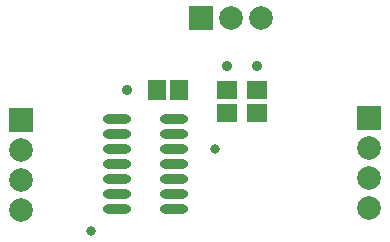
<source format=gts>
G04*
G04 #@! TF.GenerationSoftware,Altium Limited,Altium Designer,24.5.2 (23)*
G04*
G04 Layer_Color=8388736*
%FSLAX25Y25*%
%MOIN*%
G70*
G04*
G04 #@! TF.SameCoordinates,01A352D6-3B51-4183-BB44-945251ACD641*
G04*
G04*
G04 #@! TF.FilePolarity,Negative*
G04*
G01*
G75*
%ADD19O,0.09461X0.03162*%
%ADD20R,0.05918X0.06706*%
%ADD21R,0.06706X0.05918*%
%ADD22R,0.07887X0.07887*%
%ADD23C,0.07887*%
%ADD24R,0.07887X0.07887*%
%ADD25C,0.03600*%
%ADD26C,0.03200*%
D19*
X46063Y55118D02*
D03*
Y50118D02*
D03*
Y45118D02*
D03*
Y40118D02*
D03*
Y35118D02*
D03*
Y30118D02*
D03*
Y25118D02*
D03*
X64961Y55118D02*
D03*
Y50118D02*
D03*
Y45118D02*
D03*
Y40118D02*
D03*
Y35118D02*
D03*
Y30118D02*
D03*
Y25118D02*
D03*
D20*
X66732Y64961D02*
D03*
X59252D02*
D03*
D21*
X82677Y57284D02*
D03*
Y64764D02*
D03*
X92520Y57284D02*
D03*
Y64764D02*
D03*
D22*
X74000Y89000D02*
D03*
D23*
X94000D02*
D03*
X84000D02*
D03*
X129921Y45591D02*
D03*
Y35591D02*
D03*
Y25591D02*
D03*
X14000Y45000D02*
D03*
Y35000D02*
D03*
Y25000D02*
D03*
D24*
X129921Y55590D02*
D03*
X14000Y55000D02*
D03*
D25*
X49213Y64961D02*
D03*
X92520Y72835D02*
D03*
X82677D02*
D03*
D26*
X78740Y45118D02*
D03*
X37402Y17717D02*
D03*
M02*

</source>
